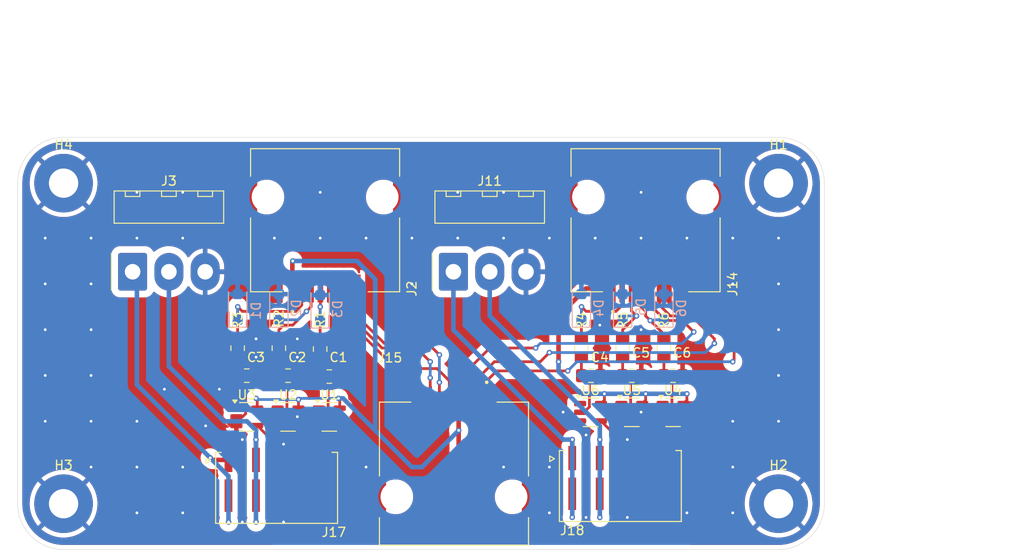
<source format=kicad_pcb>
(kicad_pcb (version 20241229) (generator "pcbnew") (generator_version "9.0")
  (layers (0 "F.Cu" signal) (2 "B.Cu" signal) (13 "F.Paste" user) (15 "B.Paste" user) (5 "F.SilkS" user "F.Silkscreen") (7 "B.SilkS" user "B.Silkscreen") (1 "F.Mask" user) (3 "B.Mask" user) (25 "Edge.Cuts" user))
  (net 0 "")
  (net 1 "/MC_I_LP0")
  (net 2 "GND")
  (net 3 "/MC_B_LP0")
  (net 4 "/MC_A_LP0")
  (net 5 "/MC_A_LP1")
  (net 6 "/MC_B_LP1")
  (net 7 "/MC_I_LP1")
  (net 8 "+5V")
  (net 12 "/C_A0")
  (net 13 "/C_B0")
  (net 14 "/C_I0")
  (net 15 "/C_A1")
  (net 16 "/C_B1")
  (net 17 "/C_I1")
  (net 18 "/Cos0")
  (net 19 "/Sin0")
  (net 20 "/SEA_A0")
  (net 21 "/SEA_B0")
  (net 22 "/SEA_I0")
  (net 23 "/SEA_I1")
  (net 24 "/SEA_A1")
  (net 25 "/SEA_B1")
  (net 26 "/Sin1")
  (net 27 "/Cos1")
  (net 28 "/MC_I0")
  (net 29 "/MC_B0")
  (net 30 "/MC_A0")
  (net 32 "/MC_I1")
  (net 33 "/MC_B1")
  (net 36 "/MC_A1")
  (footprint "MountingHole:MountingHole_3.2mm_M3_Pad_TopBottom" (layer "F.Cu") (at 115 74)
    (property "Reference" "H2")
    (property "Value" "MountingHole_Pad")
  )
  (footprint "USM_conn:USM_conn" (layer "F.Cu") (at 60.24 72.27)
    (property "Reference" "J17")
    (property "Value" "874380843")
  )
  (footprint "Capacitor_SMD:C_0805_2012Metric_Pad1.18x1.45mm_HandSolder" (layer "F.Cu") (at 64.99 57.12 -90)
    (property "Reference" "R1")
    (property "Value" "1k")
  )
  (footprint "Package_TO_SOT_SMD:SOT-23-5" (layer "F.Cu") (at 65.99 64.52)
    (property "Reference" "U1")
    (property "Value" "~")
  )
  (footprint "Package_TO_SOT_SMD:SOT-23-5" (layer "F.Cu") (at 98.99 64.02)
    (property "Reference" "U5")
    (property "Value" "~")
  )
  (footprint "Capacitor_SMD:C_0805_2012Metric_Pad1.18x1.45mm_HandSolder" (layer "F.Cu") (at 93.49 57.02 -90)
    (property "Reference" "R4")
    (property "Value" "1k")
  )
  (footprint "Capacitor_SMD:C_0805_2012Metric_Pad1.18x1.45mm_HandSolder" (layer "F.Cu") (at 97.99 57.02 -90)
    (property "Reference" "R5")
    (property "Value" "1k")
  )
  (footprint "RJCSE538001:AMPHENOL_RJCSE538001" (layer "F.Cu") (at 79.59 73.25)
    (property "Reference" "J15")
    (property "Value" "RJCSE538001")
  )
  (footprint "Package_TO_SOT_SMD:SOT-23-5" (layer "F.Cu") (at 61.49 64.52)
    (property "Reference" "U2")
    (property "Value" "~")
  )
  (footprint "RJCSE538001:AMPHENOL_RJCSE538001" (layer "F.Cu") (at 65.53 40.52 180)
    (property "Reference" "J2")
    (property "Value" "RJCSE538001")
  )
  (footprint "Connector_Molex:Molex_KK-396_A-41792-0003_1x03_P3.96mm_Horizontal" (layer "F.Cu") (at 44.53 48.675)
    (property "Reference" "J3")
    (property "Value" "Conn_01x03")
  )
  (footprint "USM_conn:USM_conn" (layer "F.Cu") (at 97.74 72.07)
    (property "Reference" "J18")
    (property "Value" "874380843")
  )
  (footprint "Capacitor_SMD:C_0805_2012Metric_Pad1.18x1.45mm_HandSolder" (layer "F.Cu") (at 94.5275 60.02)
    (property "Reference" "C4")
    (property "Value" "100 pF")
  )
  (footprint "Capacitor_SMD:C_0805_2012Metric_Pad1.18x1.45mm_HandSolder" (layer "F.Cu") (at 55.99 57.02 -90)
    (property "Reference" "R3")
    (property "Value" "1k")
  )
  (footprint "MountingHole:MountingHole_3.2mm_M3_Pad_TopBottom" (layer "F.Cu") (at 115 39)
    (property "Reference" "H1")
    (property "Value" "MountingHole_Pad")
  )
  (footprint "Capacitor_SMD:C_0805_2012Metric_Pad1.18x1.45mm_HandSolder" (layer "F.Cu") (at 103.49 60.02)
    (property "Reference" "C6")
    (property "Value" "100 pF")
  )
  (footprint "RJCSE538001:AMPHENOL_RJCSE538001" (layer "F.Cu") (at 100.49 40.52 180)
    (property "Reference" "J14")
    (property "Value" "RJCSE538001")
  )
  (footprint "Capacitor_SMD:C_0805_2012Metric_Pad1.18x1.45mm_HandSolder" (layer "F.Cu") (at 56.99 60.02)
    (property "Reference" "C3")
    (property "Value" "100 pF")
  )
  (footprint "Capacitor_SMD:C_0805_2012Metric_Pad1.18x1.45mm_HandSolder" (layer "F.Cu") (at 60.49 57.02 -90)
    (property "Reference" "R2")
    (property "Value" "1k")
  )
  (footprint "Capacitor_SMD:C_0805_2012Metric_Pad1.18x1.45mm_HandSolder" (layer "F.Cu") (at 61.49 60.02)
    (property "Reference" "C2")
    (property "Value" "100 pF")
  )
  (footprint "Capacitor_SMD:C_0805_2012Metric_Pad1.18x1.45mm_HandSolder" (layer "F.Cu") (at 98.99 60.02)
    (property "Reference" "C5")
    (property "Value" "100 pF")
  )
  (footprint "MountingHole:MountingHole_3.2mm_M3_Pad_TopBottom" (layer "F.Cu") (at 37 74)
    (property "Reference" "H3")
    (property "Value" "MountingHole_Pad")
  )
  (footprint "Connector_Molex:Molex_KK-396_A-41792-0003_1x03_P3.96mm_Horizontal" (layer "F.Cu") (at 79.53 48.675)
    (property "Reference" "J11")
    (property "Value" "Conn_01x03")
  )
  (footprint "Package_TO_SOT_SMD:SOT-23-5" (layer "F.Cu") (at 94.49 64.02)
    (property "Reference" "U6")
    (property "Value" "~")
  )
  (footprint "Package_TO_SOT_SMD:SOT-23-5" (layer "F.Cu") (at 56.99 64.52)
    (property "Reference" "U3")
    (property "Value" "~")
  )
  (footprint "Capacitor_SMD:C_0805_2012Metric_Pad1.18x1.45mm_HandSolder" (layer "F.Cu") (at 65.99 60.12)
    (property "Reference" "C1")
    (property "Value" "100 pF")
  )
  (footprint "Capacitor_SMD:C_0805_2012Metric_Pad1.18x1.45mm_HandSolder" (layer "F.Cu") (at 102.49 57.02 -90)
    (property "Reference" "R6")
    (property "Value" "1k")
  )
  (footprint "Package_TO_SOT_SMD:SOT-23-5" (layer "F.Cu") (at 103.49 64.02)
    (property "Reference" "U4")
    (property "Value" "~")
  )
  (footprint "MountingHole:MountingHole_3.2mm_M3_Pad_TopBottom" (layer "F.Cu") (at 37 39)
    (property "Reference" "H4")
    (property "Value" "MountingHole_Pad")
  )
  (footprint "Diode_SMD:D_SOD-123F" (layer "B.Cu") (at 55.99 52.52 90)
    (property "Reference" "D1")
    (property "Value" "D_TVS")
  )
  (footprint "Diode_SMD:D_SOD-123F" (layer "B.Cu") (at 60.49 52.52 90)
    (property "Reference" "D2")
    (property "Value" "D_TVS")
  )
  (footprint "Diode_SMD:D_SOD-123F" (layer "B.Cu") (at 64.99 52.62 90)
    (property "Reference" "D3")
    (property "Value" "D_TVS")
  )
  (footprint "Diode_SMD:D_SOD-123F" (layer "B.Cu") (at 97.99 52.52 90)
    (property "Reference" "D5")
    (property "Value" "D_TVS")
  )
  (footprint "Diode_SMD:D_SOD-123F" (layer "B.Cu") (at 93.49 52.52 90)
    (property "Reference" "D4")
    (property "Value" "D_TVS")
  )
  (footprint "Diode_SMD:D_SOD-123F" (layer "B.Cu") (at 102.49 52.52 90)
    (property "Reference" "D6")
    (property "Value" "D_TVS")
  )
  (gr_line (start 32 74) (end 32 39) (stroke (width 0.05)) (layer "Edge.Cuts"))
  (gr_arc (start 32 39) (mid 33.464466 35.464466) (end 37 34) (stroke (width 0.05)) (layer "Edge.Cuts"))
  (gr_line (start 37 79) (end 115 79) (stroke (width 0.05)) (layer "Edge.Cuts"))
  (gr_line (start 120 39) (end 120 74) (stroke (width 0.05)) (layer "Edge.Cuts"))
  (gr_arc (start 37 79) (mid 33.464466 77.535534) (end 32 74) (stroke (width 0.05)) (layer "Edge.Cuts"))
  (gr_arc (start 115 34) (mid 118.535534 35.464466) (end 120 39) (stroke (width 0.05)) (layer "Edge.Cuts"))
  (gr_arc (start 120 74) (mid 118.535534 77.535534) (end 115 79) (stroke (width 0.05)) (layer "Edge.Cuts"))
  (gr_line (start 37 34) (end 115 34) (stroke (width 0.05)) (layer "Edge.Cuts"))
  (segment (start 65.514999 64.52) (end 64.8525 64.52) (width 0.3) (layer "F.Cu") (net 1))
  (segment (start 64.99 60.0825) (end 64.9525 60.12) (width 0.3) (layer "F.Cu") (net 1))
  (segment (start 65.866 64.168999) (end 65.514999 64.52) (width 0.3) (layer "F.Cu") (net 1))
  (segment (start 65.866 61.0335) (end 65.866 64.168999) (width 0.3) (layer "F.Cu") (net 1))
  (segment (start 64.9525 60.12) (end 65.866 61.0335) (width 0.3) (layer "F.Cu") (net 1))
  (segment (start 64.99 58.1575) (end 64.99 60.0825) (width 0.3) (layer "F.Cu") (net 1))
  (segment (start 98.5 67) (end 98.5 69.01) (width 0.5) (layer "F.Cu") (net 2))
  (segment (start 54 64.279999) (end 54 61.5) (width 0.3) (layer "F.Cu") (net 2))
  (segment (start 102.3525 64.97) (end 101.502678 64.97) (width 0.3) (layer "F.Cu") (net 2))
  (segment (start 62.5 64.5) (end 63.457322 64.5) (width 0.3) (layer "F.Cu") (net 2))
  (segment (start 60.99 69.22) (end 60.99 67.51) (width 0.5) (layer "F.Cu") (net 2))
  (segment (start 92.5 65) (end 93.3225 65) (width 0.3) (layer "F.Cu") (net 2))
  (segment (start 60.3525 65.47) (end 61.03 65.47) (width 0.3) (layer "F.Cu") (net 2))
  (segment (start 62 64.5) (end 62.5 64.5) (width 0.3) (layer "F.Cu") (net 2))
  (segment (start 98.5 69.01) (end 98.49 69.02) (width 0.5) (layer "F.Cu") (net 2))
  (segment (start 56.5 67) (end 56.5 69.21) (width 0.5) (layer "F.Cu") (net 2))
  (segment (start 98.5 72.93) (end 98.49 72.92) (width 0.5) (layer "F.Cu") (net 2))
  (segment (start 91.5 64) (end 92.5 65) (width 0.3) (layer "F.Cu") (net 2))
  (segment (start 100.532678 64) (end 100 64) (width 0.3) (layer "F.Cu") (net 2))
  (segment (start 100 64) (end 99.5 64) (width 0.3) (layer "F.Cu") (net 2))
  (segment (start 99.5 64) (end 98.53 64.97) (width 0.3) (layer "F.Cu") (net 2))
  (segment (start 98.5 75.5) (end 98.5 72.93) (width 0.5) (layer "F.Cu") (net 2))
  (segment (start 61.03 65.47) (end 62 64.5) (width 0.3) (layer "F.Cu") (net 2))
  (segment (start 93.3525 64.97) (end 94 65.6175) (width 0.3) (layer "F.Cu") (net 2))
  (segment (start 93.3225 65) (end 93.3525 64.97) (width 0.3) (layer "F.Cu") (net 2))
  (segment (start 94 65.6175) (end 94 66.5) (width 0.3) (layer "F.Cu") (net 2))
  (segment (start 98.53 64.97) (end 97.8525 64.97) (width 0.3) (layer "F.Cu") (net 2))
  (segment (start 60.99 75.99) (end 61 76) (width 0.5) (layer "F.Cu") (net 2))
  (segment (start 55.190001 65.47) (end 54 64.279999) (width 0.3) (layer "F.Cu") (net 2))
  (segment (start 64.427322 65.47) (end 64.8525 65.47) (width 0.3) (layer "F.Cu") (net 2))
  (segment (start 56.5 69.21) (end 56.49 69.22) (width 0.5) (layer "F.Cu") (net 2))
  (segment (start 60.99 67.51) (end 61 67.5) (width 0.5) (layer "F.Cu") (net 2))
  (segment (start 56.49 75.99) (end 56.5 76) (width 0.5) (layer "F.Cu") (net 2))
  (segment (start 55.8525 65.47) (end 55.190001 65.47) (width 0.3) (layer "F.Cu") (net 2))
  (segment (start 60.99 73.12) (end 60.99 75.99) (width 0.5) (layer "F.Cu") (net 2))
  (segment (start 63.457322 64.5) (end 64.427322 65.47) (width 0.3) (layer "F.Cu") (net 2))
  (segment (start 56.49 73.12) (end 56.49 75.99) (width 0.5) (layer "F.Cu") (net 2))
  (segment (start 101.502678 64.97) (end 100.532678 64) (width 0.3) (layer "F.Cu") (net 2))
  (via (at 100 40) (size 0.6) (drill 0.3) (layers "F.Cu" "B.Cu") (net 2))
  (via (at 65 45) (size 0.6) (drill 0.3) (layers "F.Cu" "B.Cu") (net 2))
  (via (at 40 70) (size 0.6) (drill 0.3) (layers "F.Cu" "B.Cu") (net 2))
  (via (at 35 45) (size 0.6) (drill 0.3) (layers "F.Cu" "B.Cu") (net 2))
  (via (at 40 55) (size 0.6) (drill 0.3) (layers "F.Cu" "B.Cu") (net 2))
  (via (at 110 75) (size 0.6) (drill 0.3) (layers "F.Cu" "B.Cu") (net 2))
  (via (at 35 50) (size 0.6) (drill 0.3) (layers "F.Cu" "B.Cu") (net 2))
  (via (at 45 70) (size 0.6) (drill 0.3) (layers "F.Cu" "B.Cu") (net 2))
  (via (at 105 75) (size 0.6) (drill 0.3) (layers "F.Cu" "B.Cu") (net 2))
  (via (at 95 45) (size 0.6) (drill 0.3) (layers "F.Cu" "B.Cu") (net 2))
  (via (at 115 55) (size 0.6) (drill 0.3) (layers "F.Cu" "B.Cu") (net 2))
  (via (at 45 75) (size 0.6) (drill 0.3) (layers "F.Cu" "B.Cu") (net 2))
  (via (at 91.5 64) (size 0.6) (drill 0.3) (layers "F.Cu" "B.Cu") (net 2))
  (via (at 56.5 76) (size 0.6) (drill 0.3) (layers "F.Cu" "B.Cu") (net 2))
  (via (at 94 75.5) (size 0.6) (drill 0.3) (layers "F.Cu" "B.Cu") (net 2))
  (via (at 90 75) (size 0.6) (drill 0.3) (layers "F.Cu" "B.Cu") (net 2))
  (via (at 70 45) (size 0.6) (drill 0.3) (layers "F.Cu" "B.Cu") (net 2))
  (via (at 100 55) (size 0.6) (drill 0.3) (layers "F.Cu" "B.Cu") (net 2))
  (via (at 45 45) (size 0.6) (drill 0.3) (layers "F.Cu" "B.Cu") (net 2))
  (via (at 100 64) (size 0.6) (drill 0.3) (layers "F.Cu" "B.Cu") (net 2))
  (via (at 62.5 64.5) (size 0.6) (drill 0.3) (layers "F.Cu" "B.Cu") (net 2))
  (via (at 110 45) (size 0.6) (drill 0.3) (layers "F.Cu" "B.Cu") (net 2))
  (via (at 85 70) (size 0.6) (drill 0.3) (layers "F.Cu" "B.Cu") (net 2))
  (via (at 100 45) (size 0.6) (drill 0.3) (layers "F.Cu" "B.Cu") (net 2))
  (via (at 40 45) (size 0.6) (drill 0.3) (layers "F.Cu" "B.Cu") (net 2))
  (via (at 94 66.5) (size 0.6) (drill 0.3) (layers "F.Cu" "B.Cu") (net 2))
  (via (at 90 45) (size 0.6) (drill 0.3) (layers "F.Cu" "B.Cu") (net 2))
  (via (at 56.5 67) (size 0.6) (drill 0.3) (layers "F.Cu" "B.Cu") (net 2))
  (via (at 75 50) (size 0.6) (drill 0.3) (layers "F.Cu" "B.Cu") (net 2))
  (via (at 40 65) (size 0.6) (drill 0.3) (layers "F.Cu" "B.Cu") (net 2))
  (via (at 48 61.5) (size 0.6) (drill 0.3) (layers "F.Cu" "B.Cu") (net 2))
  (via (at 115 45) (size 0.6) (drill 0.3) (layers "F.Cu" "B.Cu") (net 2))
  (via (at 70 70) (size 0.6) (drill 0.3) (layers "F.Cu" "B.Cu") (net 2))
  (via (at 61 76) (size 0.6) (drill 0.3) (layers "F.Cu" "B.Cu") (net 2))
  (via (at 115 65) (size 0.6) (drill 0.3) (layers "F.Cu" "B.Cu") (net 2))
  (via (at 90 70) (size 0.6) (drill 0.3) (layers "F.Cu" "B.Cu") (net 2))
  (via (at 85 45) (size 0.6) (drill 0.3) (layers "F.Cu" "B.Cu") (net 2))
  (via (at 45 40) (size 0.6) (drill 0.3) (layers "F.Cu" "B.Cu") (net 2))
  (via (at 65 40) (size 0.6) (drill 0.3) (layers "F.Cu" "B.Cu") (net 2))
  (via (at 95.5 54.5) (size 0.6) (drill 0.3) (layers "F.Cu" "B.Cu") (net 2))
  (via (at 58 58) (size 0.6) (drill 0.3) (layers "F.Cu" "B.Cu") (net 2))
  (via (at 62.5 58) (size 0.6) (drill 0.3) (layers "F.Cu" "B.Cu") (net 2))
  (via (at 50 45) (size 0.6) (drill 0.3) (layers "F.Cu" "B.Cu") (net 2))
  (via (at 50 40) (size 0.6) (drill 0.3) (layers "F.Cu" "B.Cu") (net 2))
  (via (at 35 55) (size 0.6) (drill 0.3) (layers "F.Cu" "B.Cu") (net 2))
  (via (at 110 50) (size 0.6) (drill 0.3) (layers "F.Cu" "B.Cu") (net 2))
  (via (at 40 60) (size 0.6) (drill 0.3) (layers "F.Cu" "B.Cu") (net 2))
  (via (at 115 50) (size 0.6) (drill 0.3) (layers "F.Cu" "B.Cu") (net 2))
  (via (at 115 60) (size 0.6) (drill 0.3) (layers "F.Cu" "B.Cu") (net 2))
  (via (at 50 70) (size 0.6) (drill 0.3) (layers "F.Cu" "B.Cu") (net 2))
  (via (at 62.5 56) (size 0.6) (drill 0.3) (layers "F.Cu" "B.Cu") (net 2))
  (via (at 105 45) (size 0.6) (drill 0.3) (layers "F.Cu" "B.Cu") (net 2))
  (via (at 50 75) (size 0.6) (drill 0.3) (layers "F.Cu" "B.Cu") (net 2))
  (via (at 60 45) (size 0.6) (drill 0.3) (layers "F.Cu" "B.Cu") (net 2))
  (via (at 52.5 65.5) (size 0.6) (drill 0.3) (layers "F.Cu" "B.Cu") (net 2))
  (via (at 75 45) (size 0.6) (drill 0.3) (layers "F.Cu" "B.Cu") (net 2))
  (via (at 35 60) (size 0.6) (drill 0.3) (layers "F.Cu" "B.Cu") (net 2))
  (via (at 98.5 75.5) (size 0.6) (drill 0.3) (layers "F.Cu" "B.Cu") (net 2))
  (via (at 80 40) (size 0.6) (drill 0.3) (layers "F.Cu" "B.Cu") (net 2))
  (via (at 110 70) (size 0.6) (drill 0.3) (layers "F.Cu" "B.Cu") (net 2))
  (via (at 85 40) (size 0.6) (drill 0.3) (layers "F.Cu" "B.Cu") (net 2))
  (via (at 54 61.5) (size 0.6) (drill 0.3) (layers "F.Cu" "B.Cu") (net 2))
  (via (at 35 65) (size 0.6) (drill 0.3) (layers "F.Cu" "B.Cu") (net 2))
  (via (at 58 56) (size 0.6) (drill 0.3) (layers "F.Cu" "B.Cu") (net 2))
  (via (at 61 67.5) (size 0.6) (drill 0.3) (layers "F.Cu" "B.Cu") (net 2))
  (via (at 80 45) (size 0.6) (drill 0.3) (layers "F.Cu" "B.Cu") (net 2))
  (via (at 98.5 67) (size 0.6) (drill 0.3) (layers "F.Cu" "B.Cu") (net 2))
  (via (at 40 50) (size 0.6) (drill 0.3) (layers "F.Cu" "B.Cu") (net 2))
  (via (at 110 65) (size 0.6) (drill 0.3) (layers "F.Cu" "B.Cu") (net 2))
  (via (at 45 65) (size 0.6) (drill 0.3) (layers "F.Cu" "B.Cu") (net 2))
  (segment (start 60.49 59.9825) (end 60.4525 60.02) (width 0.3) (layer "F.Cu") (net 3))
  (segment (start 60.49 58.0575) (end 60.49 59.9825) (width 0.3) (layer "F.Cu") (net 3))
  (segment (start 60.4525 60.02) (end 61.366 60.9335) (width 0.3) (layer "F.Cu") (net 3))
  (segment (start 61.366 60.9335) (end 61.366 64.168999) (width 0.3) (layer "F.Cu") (net 3))
  (segment (start 61.014999 64.52) (end 60.3525 64.52) (width 0.3) (layer "F.Cu") (net 3))
  (segment (start 61.366 64.168999) (end 61.014999 64.52) (width 0.3) (layer "F.Cu") (net 3))
  (segment (start 56.866 60.9335) (end 56.866 64.168999) (width 0.3) (layer "F.Cu") (net 4))
  (segment (start 55.9525 60.02) (end 56.866 60.9335) (width 0.3) (layer "F.Cu") (net 4))
  (segment (start 56.514999 64.52) (end 55.8525 64.52) (width 0.3) (layer "F.Cu") (net 4))
  (segment (start 55.99 59.9825) (end 55.9525 60.02) (width 0.3) (layer "F.Cu") (net 4))
  (segment (start 55.99 58.0575) (end 55.99 59.9825) (width 0.3) (layer "F.Cu") (net 4))
  (segment (start 56.866 64.168999) (end 56.514999 64.52) (width 0.3) (layer "F.Cu") (net 4))
  (segment (start 93.49 58.0575) (end 93.49 60.02) (width 0.3) (layer "F.Cu") (net 5))
  (segment (start 93.777678 64.02) (end 94.366 63.431678) (width 0.3) (layer "F.Cu") (net 5))
  (segment (start 93.3525 64.02) (end 93.777678 64.02) (width 0.3) (layer "F.Cu") (net 5))
  (segment (start 94.366 63.431678) (end 94.366 60.896) (width 0.3) (layer "F.Cu") (net 5))
  (segment (start 94.366 60.896) (end 93.49 60.02) (width 0.3) (layer "F.Cu") (net 5))
  (segment (start 97.99 58.0575) (end 97.99 59.9825) (width 0.3) (layer "F.Cu") (net 6))
  (segment (start 98.866 60.9335) (end 98.866 63.668999) (width 0.3) (layer "F.Cu") (net 6))
  (segment (start 97.99 59.9825) (end 97.9525 60.02) (width 0.3) (layer "F.Cu") (net 6))
  (segment (start 98.514999 64.02) (end 97.8525 64.02) (width 0.3) (layer "F.Cu") (net 6))
  (segment (start 98.866 63.668999) (end 98.514999 64.02) (width 0.3) (layer "F.Cu") (net 6))
  (segment (start 97.9525 60.02) (end 98.866 60.9335) (width 0.3) (layer "F.Cu") (net 6))
  (segment (start 102.4525 60.02) (end 103.366 60.9335) (width 0.3) (layer "F.Cu") (net 7))
  (segment (start 103.366 63.668999) (end 103.014999 64.02) (width 0.3) (layer "F.Cu") (net 7))
  (segment (start 102.49 59.9825) (end 102.4525 60.02) (width 0.3) (layer "F.Cu") (net 7))
  (segment (start 103.366 60.9335) (end 103.366 63.668999) (width 0.3) (layer "F.Cu") (net 7))
  (segment (start 103.014999 64.02) (end 102.3525 64.02) (width 0.3) (layer "F.Cu") (net 7))
  (segment (start 102.49 58.0575) (end 102.49 59.9825) (width 0.3) (layer "F.Cu") (net 7))
  (segment (start 105 62.6975) (end 105 62) (width 0.3) (layer "F.Cu") (net 8))
  (segment (start 96.99 74.51) (end 97 74.52) (width 0.5) (layer "F.Cu") (net 8))
  (segment (start 96 62.6975) (end 96 62) (width 0.3) (layer "F.Cu") (net 8))
  (segment (start 104.6275 63.07) (end 105 62.6975) (width 0.3) (layer "F.Cu") (net 8))
  (segment (start 106.5 63.75) (end 105.82 63.07) (width 0.5) (layer "F.Cu") (net 8))
  (segment (start 60.066 69.796) (end 60.066 72.544) (width 0.3) (layer "F.Cu") (net 8))
  (segment (start 80 75.5) (end 80.49 75.99) (width 0.5) (layer "F.Cu") (net 8))
  (segment (start 96.99 69.02) (end 97.566 69.596) (width 0.3) (layer "F.Cu") (net 8))
  (segment (start 82.5 78) (end 80.49 75.99) (width 0.5) (layer "F.Cu") (net 8))
  (segment (start 91 58.5) (end 91 53.5) (width 0.5) (layer "F.Cu") (net 8))
  (segment (start 95.6275 63.07) (end 96 62.6975) (width 0.3) (layer "F.Cu") (net 8))
  (segment (start 61.96 50.5) (end 61.96 47.54) (width 0.5) (layer "F.Cu") (net 8))
  (segment (start 100.1275 63.07) (end 100.5 62.6975) (width 0.3) (layer "F.Cu") (net 8))
  (segment (start 77.5 75.5) (end 80 75.5) (width 0.5) (layer "F.Cu") (net 8))
  (segment (start 67.1275 63.57) (end 67.1275 62.6275) (width 0.3) (layer "F.Cu") (net 8))
  (segment (start 80.1 66) (end 80.1 63.27) (width 0.5) (layer "F.Cu") (net 8))
  (segment (start 97 77) (end 96 78) (width 0.5) (layer "F.Cu") (net 8))
  (segment (start 67.1275 62.6275) (end 67 62.5) (width 0.3) (layer "F.Cu") (net 8))
  (segment (start 96 78) (end 104.25 78) (width 0.5) (layer "F.Cu") (net 8))
  (segment (start 100.5 62.6975) (end 100.5 62) (width 0.3) (layer "F.Cu") (net 8))
  (segment (start 60.066 72.544) (end 59.49 73.12) (width 0.3) (layer "F.Cu") (net 8))
  (segment (start 97 74.52) (end 97 77) (width 0.5) (layer "F.Cu") (net 8))
  (segment (start 91 53.5) (end 94 50.5) (width 0.5) (layer "F.Cu") (net 8))
  (segment (start 97.566 72.344) (end 96.99 72.92) (width 0.3) (layer "F.Cu") (net 8))
  (segment (start 80.1 66) (end 80.1 75.6) (width 0.5) (layer "F.Cu") (net 8))
  (segment (start 105.82 63.07) (end 104.6275 63.07) (width 0.5) (layer "F.Cu") (net 8))
  (segment (start 62.6275 63.57) (end 62.6275 62.6275) (width 0.3) (layer "F.Cu") (net 8))
  (segment (start 104.25 78) (end 106.5 75.75) (width 0.5) (layer "F.Cu") (net 8))
  (segment (start 75.5 77.5) (end 77.5 75.5) (width 0.5) (layer "F.Cu") (net 8))
  (segment (start 96 78) (end 82.5 78) (width 0.5) (layer "F.Cu") (net 8))
  (segment (start 61.96 47.54) (end 62 47.5) (width 0.5) (layer "F.Cu") (net 8))
  (segment (start 59.49 69.22) (end 60.066 69.796) (width 0.3) (layer "F.Cu") (net 8))
  (segment (start 94 50.5) (end 96.92 50.5) (width 0.5) (layer "F.Cu") (net 8))
  (segment (start 60.5 77.5) (end 75.5 77.5) (width 0.5) (layer "F.Cu") (net 8))
  (segment (start 80.1 75.6) (end 80.49 75.99) (width 0.5) (layer "F.Cu") (net 8))
  (segment (start 59.49 73.12) (end 59.49 76.49) (width 0.5) (layer "F.Cu") (net 8))
  (segment (start 59.49 76.49) (end 60.5 77.5) (width 0.5) (layer "F.Cu") (net 8))
  (segment (start 97.566 69.596) (end 97.566 72.344) (width 0.3) (layer "F.Cu") (net 8))
  (segment (start 58.1275 63.57) (end 58.1275 62.6275) (width 0.3) (layer "F.Cu") (net 8))
  (segment (start 96.99 72.92) (end 96.99 74.51) (width 0.5) (layer "F.Cu") (net 8))
  (segment (start 58.1275 62.6275) (end 58 62.5) (width 0.3) (layer "F.Cu") (net 8))
  (segment (start 106.5 75.75) (end 106.5 63.75) (width 0.5) (layer "F.Cu") (net 8))
  (via (at 62.6275 62.6275) (size 0.6) (drill 0.3) (layers "F.Cu" "B.Cu") (net 8))
  (via (at 91 58.5) (size 0.6) (drill 0.3) (layers "F.Cu" "B.Cu") (net 8))
  (via (at 67 62.5) (size 0.6) (drill 0.3) (layers "F.Cu" "B.Cu") (net 8))
  (via (at 96 62) (size 0.6) (drill 0.3) (layers "F.Cu" "B.Cu") (net 8))
  (via (at 62 47.5) (size 0.6) (drill 0.3) (layers "F.Cu" "B.Cu") (net 8))
  (via (at 105 62) (size 0.6) (drill 0.3) (layers "F.Cu" "B.Cu") (net 8))
  (via (at 100.5 62) (size 0.6) (drill 0.3) (layers "F.Cu" "B.Cu") (net 8))
  (via (at 58 62.5) (size 0.6) (drill 0.3) (layers "F.Cu" "B.Cu") (net 8))
  (via (at 80.1 66) (size 0.6) (drill 0.3) (layers "F.Cu" "B.Cu") (net 8))
  (segment (start 69 47.5) (end 71 49.5) (width 0.5) (layer "B.Cu") (net 8))
  (segment (start 67 62.5) (end 62.755 62.5) (width 0.3) (layer "B.Cu") (net 8))
  (segment (start 80.1 66) (end 76.1 70) (width 0.5) (layer "B.Cu") (net 8))
  (segment (start 62 47.5) (end 69 47.5) (width 0.5) (layer "B.Cu") (net 8))
  (segment (start 62.6275 62.6275) (end 58.1275 62.6275) (width 0.3) (layer "B.Cu") (net 8))
  (segment (start 75 70) (end 71 66) (width 0.5) (layer "B.Cu") (net 8))
  (segment (start 91 59.562075) (end 93.437925 62) (width 0.5) (layer "B.Cu") (net 8))
  (segment (start 62.755 62.5) (end 62.6275 62.6275) (width 0.3) (layer "B.Cu") (net 8))
  (segment (start 58.1275 62.6275) (end 58 62.5) (width 0.3) (layer "B.Cu") (net 8))
  (segment (start 93.437925 62) (end 105 62) (width 0.5) (layer "B.Cu") (net 8))
  (segment (start 71 66) (end 67.5 62.5) (width 0.5) (layer "B.Cu") (net 8))
  (segment (start 67.5 62.5) (end 67 62.5) (width 0.5) (layer "B.Cu") (net 8))
  (segment (start 71 49.5) (end 71 66) (width 0.5) (layer "B.Cu") (net 8))
  (segment (start 76.1 70) (end 75 70) (width 0.5) (layer "B.Cu") (net 8))
  (segment (start 91 58.5) (end 91 59.562075) (width 0.5) (layer "B.Cu") (net 8))
  (segment (start 56 52.5) (end 55.99 52.51) (width 0.3) (layer "F.Cu") (net 12))
  (segment (start 62.98 52.325) (end 62.305 53) (width 0.3) (layer "F.Cu") (net 12))
  (segment (start 62.98 50.5) (end 62.98 52.325) (width 0.3) (layer "F.Cu") (net 12))
  (segment (start 56.5 53) (end 56 52.5) (width 0.3) (layer "F.Cu") (net 12))
  (segment (start 55.99 52.51) (end 55.99 55.9825) (width 0.3) (layer "F.Cu") (net 12))
  (segment (start 62.305 53) (end 61.5 53) (width 0.3) (layer "F.Cu") (net 12))
  (segment (start 61.5 53) (end 56.5 53) (width 0.3) (layer "F.Cu") (net 12))
  (via (at 56 52.5) (size 0.6) (drill 0.3) (layers "F.Cu" "B.Cu") (net 12))
  (segment (start 56 53.91) (end 55.99 53.92) (width 0.3) (layer "B.Cu") (net 12))
  (segment (start 56 52.5) (end 56 53.91) (width 0.3) (layer "B.Cu") (net 12))
  (segment (start 64 52.5) (end 63.5 53) (width 0.3) (layer "F.Cu") (net 13))
  (segment (start 60.49 55.01) (end 60.49 55.9825) (width 0.3) (layer "F.Cu") (net 13))
  (segment (start 64 50.5) (end 64 52.5) (width 0.3) (layer "F.Cu") (net 13))
  (segment (start 62 54.5) (end 61 54.5) (width 0.3) (layer "F.Cu") (net 13))
  (segment (start 63.5 53) (end 62 54.5) (width 0.3) (layer "F.Cu") (net 13))
  (segment (start 61 54.5) (end 60.49 55.01) (width 0.3) (layer "F.Cu") (net 13))
  (via (at 63.5 53) (size 0.6) (drill 0.3) (layers "F.Cu" "B.Cu") (net 13))
  (segment (start 62.58 53.92) (end 60.49 53.92) (width 0.3) (layer "B.Cu") (net 13))
  (segment (start 63.5 53) (end 62.58 53.92) (width 0.3) (layer "B.Cu") (net 13))
  (segment (start 65.02 50.5) (end 65.02 52.48) (width 0.3) (layer "F.Cu") (net 14))
  (segment (start 65.02 52.48) (end 65 52.5) (width 0.3) (layer "F.Cu") (net 14))
  (segment (start 64.99 52.51) (end 64.99 56.0825) (width 0.3) (layer "F.Cu") (net 14))
  (segment (start 65 52.5) (end 64.99 52.51) (width 0.3) (layer "F.Cu") (net 14))
  (via (at 65 52.5) (size 0.6) (drill 0.3) (layers "F.Cu" "B.Cu") (net 14))
  (segment (start 65 52.5) (end 65 54.01) (width 0.3) (layer "B.Cu") (net 14))
  (segment (start 65 54.01) (end 64.99 54.02) (width 0.3) (layer "B.Cu") (net 14))
  (segment (start 97.265 53) (end 96.5 53) (width 0.3) (layer "F.Cu") (net 15))
  (segment (start 97.94 52.325) (end 97.265 53) (width 0.3) (layer "F.Cu") (net 15))
  (segment (start 93.5 52.5) (end 93.5 53) (width 0.3) (layer "F.Cu") (net 15))
  (segment (start 93.49 53.01) (end 93.49 55.9825) (width 0.3) (layer "F.Cu") (net 15))
  (segment (start 97.94 50.5) (end 97.94 52.325) (width 0.3) (layer "F.Cu") (net 15))
  (segment (start 96.5 53) (end 94 53) (width 0.3) (layer "F.Cu") (net 15))
  (segment (start 93.5 53) (end 93.49 53.01) (width 0.3) (layer "F.Cu") (net 15))
  (segment (start 94 53) (end 93.5 52.5) (width 0.3) (layer "F.Cu") (net 15))
  (via (at 93.5 52.5) (size 0.6) (drill 0.3) (layers "F.Cu" "B.Cu") (net 15))
  (segment (start 93.5 53.91) (end 93.49 53.92) (width 0.3) (layer "B.Cu") (net 15))
  (segment (start 93.5 52.5) (end 93.5 53.91) (width 0.3) (layer "B.Cu") (net 15))
  (segment (start 98.96 50.5) (end 98.96 52.96) (width 0.3) (layer "F.Cu") (net 16))
  (segment (start 98.96 52.96) (end 99.5 53.5) (width 0.3) (layer "F.Cu") (net 16))
  (segment (start 97.99 55.01) (end 97.99 55.9825) (width 0.3) (layer "F.Cu") (net 16))
  (segment (start 99.5 53.5) (end 97.99 55.01) (width 0.3) (layer "F.Cu") (net 16))
  (via (at 99.5 53.5) (size 0.6) (drill 0.3) (layers "F.Cu" "B.Cu") (net 16))
  (segment (start 99.5 53.5) (end 98.41 53.5) (width 0.3) (layer "B.Cu") (net 16))
  (segment (start 98.41 53.5) (end 97.99 53.92) (width 0.3) (layer "B.Cu") (net 16))
  (segment (start 99.98 52.48) (end 99.98 50.5) (width 0.3) (layer "F.Cu") (net 17))
  (segment (start 101 54) (end 100.5 53.5) (width 0.3) (layer "F.Cu") (net 17))
  (segment (start 102.49 55.49) (end 102.49 55.9825) (width 0.3) (layer "F.Cu") (net 17))
  (segment (start 100.5 53) (end 99.98 52.48) (width 0.3) (layer "F.Cu") (net 17))
  (segment (start 100.5 53.5) (end 100.5 53) (width 0.3) (layer "F.Cu") (net 17))
  (segment (start 101 54) (end 102.49 55.49) (width 0.3) (layer "F.Cu") (net 17))
  (via (at 101 54) (size 0.6) (drill 0.3) (layers "F.Cu" "B.Cu") (net 17))
  (segment (start 101.44 53.92) (end 102.49 53.92) (width 0.3) (layer "B.Cu") (net 17))
  (segment (start 101 54) (end 101.36 54) (width 0.3) (layer "B.Cu") (net 17))
  (segment (start 101.36 54) (end 101.44 53.92) (width 0.3) (layer "B.Cu") (net 17))
  (segment (start 57.99 75.99) (end 58 76) (width 0.3) (layer "F.Cu") (net 18))
  (segment (start 57.99 69.22) (end 57.99 67.01) (width 0.5) (layer "F.Cu") (net 18))
  (segment (start 57.99 73.12) (end 57.99 75.99) (width 0.3) (layer "F.Cu") (net 18))
  (via (at 58 76) (size 0.6) (drill 0.3) (layers "F.Cu" "B.Cu") (net 18))
  (via (at 57.99 67.01) (size 0.6) (drill 0.3) (layers "F.Cu" "B.Cu") (net 18))
  (segment (start 57 65) (end 58 66) (width 0.5) (layer "B.Cu") (net 18))
  (segment (start 54.5 65) (end 57 65) (width 0.5) (layer "B.Cu") (net 18))
  (segment (start 57.99 75.99) (end 58 76) (width 0.5) (layer "B.Cu") (net 18))
  (segment (start 48.49 48.675) (end 48.49 58.99) (width 0.5) (layer "B.Cu") (net 18))
  (segment (start 48.49 58.99) (end 54.5 65) (width 0.5) (layer "B.Cu") (net 18))
  (segment (start 57.99 66.01) (end 57.99 67.01) (width 0.5) (layer "B.Cu") (net 18))
  (segment (start 57.99 67.01) (end 57.99 75.99) (width 0.5) (layer "B.Cu") (net 18))
  (segment (start 58 66) (end 57.99 66.01) (width 0.5) (layer "B.Cu") (net 18))
  (segment (start 54.99 69.22) (end 53.22 69.22) (width 0.5) (layer "F.Cu") (net 19))
  (segment (start 53.22 69.22) (end 53 69) (width 0.5) (layer "F.Cu") (net 19))
  (segment (start 54.99 73.12) (end 54.99 75.99) (width 0.3) (layer "F.Cu") (net 19))
  (segment (start 55 76) (end 54.99 75.99) (width 0.3) (layer "F.Cu") (net 19))
  (via (at 55 76) (size 0.6) (drill 0.3) (layers "F.Cu" "B.Cu") (net 19))
  (via (at 53 69) (size 0.6) (drill 0.3) (layers "F.Cu" "B.Cu") (net 19))
  (segment (start 45 61) (end 45 49.145) (width 0.5) (layer "B.Cu") (net 19))
  (segment (start 53.01 68.99) (end 52.99 68.99) (width 0.5) (layer "B.Cu") (net 19))
  (segment (start 54.99 75.99) (end 55 76) (width 0.5) (layer "B.Cu") (net 19))
  (segment (start 45 49.145) (end 44.53 48.675) (width 0.5) (layer "B.Cu") (net 19))
  (segment (start 52.99 68.99) (end 45 61) (width 0.5) (layer "B.Cu") (net 19))
  (segment (start 54.99 70.99) (end 54.99 75.99) (width 0.5) (layer "B.Cu") (net 19))
  (segment (start 53 69) (end 54.99 70.99) (width 0.5) (layer "B.Cu") (net 19))
  (segment (start 53 69) (end 53.01 68.99) (width 0.5) (layer "B.Cu") (net 19))
  (segment (start 75.5 57) (end 77 58.5) (width 0.3) (layer "F.Cu") (net 20))
  (segment (start 77 61.25) (end 77.04 61.29) (width 0.3) (layer "F.Cu") (net 20))
  (segment (start 77.04 61.29) (end 77.04 63.27) (width 0.3) (layer "F.Cu") (net 20))
  (segment (start 67.06 52.325) (end 71.735 57) (width 0.3) (layer "F.Cu") (net 20))
  (segment (start 77 60.25) (end 77 61.25) (width 0.3) (layer "F.Cu") (net 20))
  (segment (start 75.25 57) (end 75.5 57) (width 0.3) (layer "F.Cu") (net 20))
  (segment (start 67.06 50.5) (end 67.06 52.325) (width 0.3) (layer "F.Cu") (net 20))
  (segment (start 71.735 57) (end 75.25 57) (width 0.3) (layer "F.Cu") (net 20))
  (via (at 77 58.5) (size 0.6) (drill 0.3) (layers "F.Cu" "B.Cu") (net 20))
  (via (at 77 60.25) (size 0.6) (drill 0.3) (layers "F.Cu" "B.Cu") (net 20))
  (segment (start 77 60.25) (end 77 58.5) (width 0.3) (layer "B.Cu") (net 20))
  (segment (start 78 63.21) (end 78.06 63.27) (width 0.3) (layer "F.Cu") (net 21))
  (segment (start 68.08 52.58) (end 72 56.5) (width 0.3) (layer "F.Cu") (net 21))
  (segment (start 68.08 50.5) (end 68.08 52.58) (width 0.3) (layer "F.Cu") (net 21))
  (segment (start 76.75 56.5) (end 78 57.75) (width 0.3) (layer "F.Cu") (net 21))
  (segment (start 72 56.5) (end 76.75 56.5) (width 0.3) (layer "F.Cu") (net 21))
  (segment (start 78 60.75) (end 78 63.21) (width 0.3) (layer "F.Cu") (net 21))
  (via (at 78 60.75) (size 0.6) (drill 0.3) (layers "F.Cu" "B.Cu") (net 21))
  (via (at 78 57.75) (size 0.6) (drill 0.3) (layers "F.Cu" "B.Cu") (net 21))
  (segment (start 78 57.75) (end 78 60.75) (width 0.3) (layer "B.Cu") (net 21))
  (segment (start 79.08 60.58) (end 79.08 63.27) (width 0.3) (layer "F.Cu") (net 22))
  (segment (start 73.25 59.25) (end 77.75 59.25) (width 0.3) (layer "F.Cu") (net 22))
  (segment (start 66.04 52.04) (end 73.25 59.25) (width 0.3) (layer "F.Cu") (net 22))
  (segment (start 77.75 59.25) (end 79.08 60.58) (width 0.3) (layer "F.Cu") (net 22))
  (segment (start 66.04 50.5) (end 66.04 52.04) (width 0.3) (layer "F.Cu") (net 22))
  (segment (start 102.675 54) (end 101 52.325) (width 0.3) (layer "F.Cu") (net 23))
  (segment (start 101 52.325) (end 101 50.5) (width 0.3) (layer "F.Cu") (net 23))
  (segment (start 88.5 57) (end 83.5 57) (width 0.3) (layer "F.Cu") (net 23))
  (segment (start 81.12 59.38) (end 81.12 63.27) (width 0.3) (layer "F.Cu") (net 23))
  (segment (start 104.5 54) (end 102.675 54) (width 0.3) (layer "F.Cu") (net 23))
  (segment (start 105.75 55.25) (end 104.5 54) (width 0.3) (layer "F.Cu") (net 23))
  (segment (start 83.5 57) (end 81.12 59.38) (width 0.3) (layer "F.Cu") (net 23))
  (via (at 88.5 57) (size 0.6) (drill 0.3) (layers "F.Cu" "B.Cu") (net 23))
  (via (at 105.75 55.25) (size 0.6) (drill 0.3) (layers "F.Cu" "B.Cu") (net 23))
  (segment (start 104.5 56.5) (end 105.75 55.25) (width 0.3) (layer "B.Cu") (net 23))
  (segment (start 89 56.5) (end 104.5 56.5) (width 0.3) (layer "B.Cu") (net 23))
  (segment (start 88.5 57) (end 89 56.5) (width 0.3) (layer "B.Cu") (net 23))
  (segment (start 102.02 52.325) (end 102.02 50.5) (width 0.3) (layer "F.Cu") (net 24))
  (segment (start 89 58.5) (end 84 58.5) (width 0.3) (layer "F.Cu") (net 24))
  (segment (start 105.5 53.5) (end 103.195 53.5) (width 0.3) (layer "F.Cu") (net 24))
  (segment (start 84 58.5) (end 82.14 60.36) (width 0.3) (layer "F.Cu") (net 24))
  (segment (start 108 56) (end 105.5 53.5) (width 0.3) (layer "F.Cu") (net 24))
  (segment (start 90 57.5) (end 89 58.5) (width 0.3) (layer "F.Cu") (net 24))
  (segment (start 103.195 53.5) (end 102.02 52.325) (width 0.3) (layer "F.Cu") (net 24))
  (segment (start 108 56.5) (end 108 56) (width 0.3) (layer "F.Cu") (net 24))
  (segment (start 82.14 60.36) (end 82.14 63.27) (width 0.3) (layer "F.Cu") (net 24))
  (via (at 108 56.5) (size 0.6) (drill 0.3) (layers "F.Cu" "B.Cu") (net 24))
  (via (at 90 57.5) (size 0.6) (drill 0.3) (layers "F.Cu" "B.Cu") (net 24))
  (segment (start 107 57.5) (end 108 56.5) (width 0.3) (layer "B.Cu") (net 24))
  (segment (start 90 57.5) (end 107 57.5) (width 0.3) (layer "B.Cu") (net 24))
  (segment (start 84.25 59.5) (end 83.16 60.59) (width 0.3) (layer "F.Cu") (net 25))
  (segment (start 103.04 52.325) (end 103.715 53) (width 0.3) (layer "F.Cu") (net 25))
  (segment (start 110.151 58.349) (end 110 58.5) (width 0.3) (layer "F.Cu") (net 25))
  (segment (start 103.715 53) (end 107.629175 53) (width 0.3) (layer "F.Cu") (net 25))
  (segment (start 110.151 55.521825) (end 110.151 58.349) (width 0.3) (layer "F.Cu") (net 25))
  (segment (start 83.16 60.59) (end 83.16 63.27) (width 0.3) (layer "F.Cu") (net 25))
  (segment (start 107.629175 53) (end 110.151 55.521825) (width 0.3) (layer "F.Cu") (net 25))
  (segment (start 103.04 50.5) (end 103.04 52.325) (width 0.3) (layer "F.Cu") (net 25))
  (segment (start 92 59.5) (end 84.25 59.5) (width 0.3) (layer "F.Cu") (net 25))
  (via (at 92 59.5) (size 0.6) (drill 0.3) (layers "F.Cu" "B.Cu") (net 25))
  (via (at 110 58.5) (size 0.6) (drill 0.3) (layers "F.Cu" "B.Cu") (net 25))
  (segment (start 92 59.5) (end 93 58.5) (width 0.3) (layer "B.Cu") (net 25))
  (segment (start 93 58.5) (end 110 58.5) (width 0.3) (layer "B.Cu") (net 25))
  (segment (start 92.49 67.01) (end 92.5 67) (width 0.5) (layer "F.Cu") (net 26))
  (segment (start 92.49 69.02) (end 92.49 67.01) (width 0.5) (layer "F.Cu") (net 26))
  (segment (start 92.49 72.92) (end 92.49 75.49) (width 0.3) (layer "F.Cu") (net 26))
  (via (at 92.5 67) (size 0.6) (drill 0.3) (layers "F.Cu" "B.Cu") (net 26))
  (via (at 92.49 75.49) (size 0.6) (drill 0.3) (layers "F.Cu" "B.Cu") (net 26))
  (segment (start 91.5 67) (end 92.5 67) (width 0.5) (layer "B.Cu") (net 26))
  (segment (start 79.53 48.675) (end 79.53 55.03) (width 0.5) (layer "B.Cu") (net 26))
  (segment (start 92.5 67) (end 92.5 75.48) (width 0.5) (layer "B.Cu") (net 26))
  (segment (start 92.5 75.48) (end 92.49 75.49) (width 0.5) (layer "B.Cu") (net 26))
  (segment (start 79.53 55.03) (end 91.5 67) (width 0.5) (layer "B.Cu") (net 26))
  (segment (start 95.49 69.02) (end 95.49 67.01) (width 0.5) (layer "F.Cu") (net 27))
  (segment (start 95.49 67.01) (end 95.5 67) (width 0.5) (layer "F.Cu") (net 27))
  (segment (start 95.49 75.49) (end 95.5 75.5) (width 0.3) (layer "F.Cu") (net 27))
  (segment (start 95.49 72.92) (end 95.49 75.49) (width 0.3) (layer "F.Cu") (net 27))
  (via (at 95.5 67) (size 0.6) (drill 0.3) (layers "F.Cu" "B.Cu") (net 27))
  (via (at 95.5 75.5) (size 0.6) (drill 0.3) (layers "F.Cu" "B.Cu") (net 27))
  (segment (start 83.49 53.49) (end 83.49 48.675) (width 0.5) (layer "B.Cu") (net 27))
  (segment (start 95.5 67) (end 95.5 65.5) (width 0.5) (layer "B.Cu") (net 27))
  (segment (start 95.5 67) (end 95.5 75.5) (width 0.5) (layer "B.Cu") (net 27))
  (segment (start 95.5 65.5) (end 83.49 53.49) (width 0.5) (layer "B.Cu") (net 27))
  (segment (start 66.066 69.796) (end 66.066 72.544) (width 0.3) (layer "F.Cu") (net 28))
  (segment (start 65.49 69.22) (end 66.066 69.796) (width 0.3) (layer "F.Cu") (net 28))
  (segment (start 66.066 72.544) (end 65.49 73.12) (width 0.3) (layer "F.Cu") (net 28))
  (segment (start 67.1275 65.47) (end 65.49 67.1075) (width 0.3) (layer "F.Cu") (net 28))
  (segment (start 65.49 67.1075) (end 65.49 69.22) (width 0.3) (layer "F.Cu") (net 28))
  (segment (start 62.6275 66.1275) (end 63.99 67.49) (width 0.3) (layer "F.Cu") (net 29))
  (segment (start 62.6275 65.47) (end 62.6275 66.1275) (width 0.3) (layer "F.Cu") (net 29))
  (segment (start 64.566 69.796) (end 64.566 72.544) (width 0.3) (layer "F.Cu") (net 29))
  (segment (start 63.99 69.22) (end 64.566 69.796) (width 0.3) (layer "F.Cu") (net 29))
  (segment (start 64.566 72.544) (end 63.99 73.12) (width 0.3) (layer "F.Cu") (net 29))
  (segment (start 63.99 67.49) (end 63.99 69.22) (width 0.3) (layer "F.Cu") (net 29))
  (segment (start 61.5 66.5) (end 62.49 67.49) (width 0.3) (layer "F.Cu") (net 30))
  (segment (start 63.066 69.796) (end 63.066 72.544) (width 0.3) (layer "F.Cu") (net 30))
  (segment (start 58.1275 65.47) (end 59.1575 66.5) (width 0.3) (layer "F.Cu") (net 30))
  (segment (start 62.49 69.22) (end 63.066 69.796) (width 0.3) (layer "F.Cu") (net 30))
  (segment (start 63.066 72.544) (end 62.49 73.12) (width 0.3) (layer "F.Cu") (net 30))
  (segment (start 59.1575 66.5) (end 61.5 66.5) (width 0.3) (layer "F.Cu") (net 30))
  (segment (start 62.49 67.49) (end 62.49 69.22) (width 0.3) (layer "F.Cu") (net 30))
  (segment (start 104 70.03) (end 104 71.91) (width 0.3) (layer "F.Cu") (net 32))
  (segment (start 104 71.91) (end 102.99 72.92) (width 0.3) (layer "F.Cu") (net 32))
  (segment (start 102.99 66.6075) (end 104.6275 64.97) (width 0.3) (layer "F.Cu") (net 32))
  (segment (start 102.99 69.02) (end 104 70.03) (width 0.3) (layer "F.Cu") (net 32))
  (segment (start 102.99 69.02) (end 102.99 66.6075) (width 0.3) (layer "F.Cu") (net 32))
  (segment (start 102.066 69.596) (end 102.066 72.344) (width 0.3) (layer "F.Cu") (net 33))
  (segment (start 100.1275 64.97) (end 100.1275 65.79875) (width 0.3) (layer "F.Cu") (net 33))
  (segment (start 101.49 69.02) (end 102.066 69.596) (width 0.3) (layer "F.Cu") (net 33))
  (segment (start 101.49 67.16125) (end 101.49 69.02) (width 0.3) (layer "F.Cu") (net 33))
  (segment (start 100.1275 65.79875) (end 101.49 67.16125) (width 0.3) (layer "F.Cu") (net 33))
  (segment (start 102.066 72.344) (end 101.49 72.92) (width 0.3) (layer "F.Cu") (net 33))
  (segment (start 100.566 72.344) (end 99.99 72.92) (width 0.3) (layer "F.Cu") (net 36))
  (segment (start 99.5 66) (end 99.99 66.49) (width 0.3) (layer "F.Cu") (net 36))
  (segment (start 100.566 69.596) (end 100.566 72.344) (width 0.3) (layer "F.Cu") (net 36))
  (segment (start 96.6575 66) (end 99.5 66) (width 0.3) (layer "F.Cu") (net 36))
  (segment (start 95.6275 64.97) (end 96.6575 66) (width 0.3) (layer "F.Cu") (net 36))
  (segment (start 99.99 69.02) (end 100.566 69.596) (width 0.3) (layer "F.Cu") (net 36))
  (segment (start 99.99 66.49) (end 99.99 69.02) (width 0.3) (layer "F.Cu") (net 36))
  (zone (net 2) (net_name "GND") (layers "F.Cu" "B.Cu") (connect_pads (clearance 0.75)) (min_thickness 0.25) (fill yes (thermal_gap 0.5) (thermal_bridge_width 0.5))
    (polygon (pts (xy 120 79) (xy 120 34) (xy 32 34) (xy 32 79)))
  )
)
</source>
